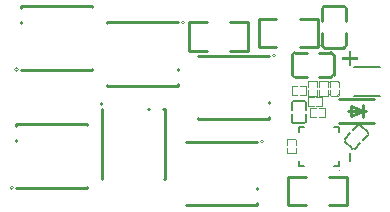
<source format=gbo>
G04 Layer: BottomSilkLayer*
G04 EasyEDA v6.4.4, 2020-08-18T00:36:11--7:00*
G04 995102e80ca04af79c8c3c359321127d,ec5ec94f42e349aabe65ed7a530a4b72,10*
G04 Gerber Generator version 0.2*
G04 Scale: 100 percent, Rotated: No, Reflected: No *
G04 Dimensions in millimeters *
G04 leading zeros omitted , absolute positions ,3 integer and 3 decimal *
%FSLAX33Y33*%
%MOMM*%
G90*
G71D02*

%ADD10C,0.254000*%
%ADD11C,0.150012*%
%ADD13C,0.100000*%
%ADD57C,0.200660*%
%ADD64C,0.200000*%
%ADD65C,0.099060*%

%LPD*%
G54D10*
G01X30451Y11399D02*
G01X30451Y12999D01*
G01X26951Y11399D02*
G01X26951Y12999D01*
G01X29201Y13239D02*
G01X30251Y13239D01*
G01X29201Y11159D02*
G01X30251Y11159D01*
G01X28201Y13239D02*
G01X27151Y13239D01*
G01X28201Y11159D02*
G01X27151Y11159D01*
G01X26951Y11379D02*
G01X26951Y11399D01*
G01X26951Y11359D02*
G01X26951Y11399D01*
G01X26951Y13039D02*
G01X26951Y12999D01*
G01X30451Y11359D02*
G01X30451Y11399D01*
G01X30451Y13039D02*
G01X30451Y12999D01*
G01X31299Y17150D02*
G01X29699Y17150D01*
G01X31299Y13649D02*
G01X29699Y13650D01*
G01X29459Y15900D02*
G01X29459Y16950D01*
G01X31539Y15900D02*
G01X31539Y16950D01*
G01X29459Y14900D02*
G01X29459Y13850D01*
G01X31539Y14900D02*
G01X31539Y13850D01*
G01X31319Y13649D02*
G01X31299Y13649D01*
G01X31339Y13649D02*
G01X31299Y13649D01*
G01X29659Y13650D02*
G01X29699Y13650D01*
G01X31339Y17150D02*
G01X31299Y17150D01*
G01X29659Y17150D02*
G01X29699Y17150D01*
G01X26599Y299D02*
G01X26599Y2699D01*
G01X30099Y2699D02*
G01X31599Y2699D01*
G01X30099Y299D02*
G01X31599Y299D01*
G01X28099Y2699D02*
G01X26599Y2699D01*
G01X28099Y299D02*
G01X26599Y299D01*
G01X31599Y299D02*
G01X31599Y2699D01*
G01X18199Y13399D02*
G01X18199Y15799D01*
G01X21699Y15799D02*
G01X23199Y15799D01*
G01X21699Y13399D02*
G01X23199Y13399D01*
G01X19699Y15799D02*
G01X18199Y15799D01*
G01X19699Y13399D02*
G01X18199Y13399D01*
G01X23199Y13399D02*
G01X23199Y15799D01*
G01X24099Y13699D02*
G01X24099Y16099D01*
G01X27599Y16099D02*
G01X29099Y16099D01*
G01X27599Y13699D02*
G01X29099Y13699D01*
G01X25599Y16099D02*
G01X24099Y16099D01*
G01X25599Y13699D02*
G01X24099Y13699D01*
G01X29099Y13699D02*
G01X29099Y16099D01*
G54D57*
G01X30487Y3626D02*
G01X30886Y3626D01*
G01X30886Y4101D01*
G01X27937Y3626D02*
G01X27538Y3626D01*
G01X27538Y4101D01*
G01X27538Y6498D02*
G01X27538Y6973D01*
G01X27937Y6973D01*
G01X30487Y6973D02*
G01X30886Y6973D01*
G01X30886Y6498D01*
G54D10*
G01X4002Y11807D02*
G01X9997Y11807D01*
G01X9997Y17192D02*
G01X4002Y17192D01*
G01X4002Y15740D02*
G01X4002Y15799D01*
G01X4002Y17010D02*
G01X4002Y17192D01*
G01X9997Y11807D02*
G01X9997Y11868D01*
G01X9997Y17131D02*
G01X9997Y17192D01*
G01X17297Y15792D02*
G01X11302Y15792D01*
G01X11302Y10407D02*
G01X17297Y10407D01*
G01X17297Y11859D02*
G01X17297Y11800D01*
G01X17297Y10589D02*
G01X17297Y10407D01*
G01X11302Y15792D02*
G01X11302Y15731D01*
G01X11302Y10468D02*
G01X11302Y10407D01*
G01X10807Y8497D02*
G01X10807Y2502D01*
G01X16192Y2502D02*
G01X16192Y8497D01*
G01X14740Y8497D02*
G01X14799Y8497D01*
G01X16010Y8497D02*
G01X16192Y8497D01*
G01X10807Y2502D02*
G01X10868Y2502D01*
G01X16131Y2502D02*
G01X16192Y2502D01*
G01X24997Y12992D02*
G01X19002Y12992D01*
G01X19002Y7607D02*
G01X24997Y7607D01*
G01X24997Y9059D02*
G01X24997Y9000D01*
G01X24997Y7789D02*
G01X24997Y7607D01*
G01X19002Y12992D02*
G01X19002Y12931D01*
G01X19002Y7668D02*
G01X19002Y7607D01*
G01X3602Y1807D02*
G01X9597Y1807D01*
G01X9597Y7192D02*
G01X3602Y7192D01*
G01X3602Y5740D02*
G01X3602Y5799D01*
G01X3602Y7010D02*
G01X3602Y7192D01*
G01X9597Y1807D02*
G01X9597Y1868D01*
G01X9597Y7131D02*
G01X9597Y7192D01*
G01X23997Y5692D02*
G01X18002Y5692D01*
G01X18002Y307D02*
G01X23997Y307D01*
G01X23997Y1759D02*
G01X23997Y1700D01*
G01X23997Y489D02*
G01X23997Y307D01*
G01X18002Y5692D02*
G01X18002Y5631D01*
G01X18002Y368D02*
G01X18002Y307D01*
G01X32908Y8300D02*
G01X31892Y8706D01*
G01X31892Y8706D02*
G01X31892Y7893D01*
G01X31892Y7893D02*
G01X32908Y8300D01*
G01X33900Y9300D02*
G01X30900Y9300D01*
G01X33900Y7300D02*
G01X30900Y7300D01*
G01X32908Y8808D02*
G01X32908Y7792D01*
G01X33162Y8300D02*
G01X31638Y8300D01*
G54D13*
G01X26900Y9619D02*
G01X27400Y9619D01*
G01X26900Y9619D02*
G01X26900Y10380D01*
G01X26900Y10380D02*
G01X27400Y10380D01*
G01X27600Y10380D02*
G01X28100Y10380D01*
G01X28100Y9619D02*
G01X28100Y10380D01*
G01X27600Y9619D02*
G01X28100Y9619D01*
G01X29500Y9480D02*
G01X29000Y9480D01*
G01X29500Y9480D02*
G01X29500Y8719D01*
G01X29500Y8719D02*
G01X29000Y8719D01*
G01X28800Y8719D02*
G01X28300Y8719D01*
G01X28300Y9480D02*
G01X28300Y8719D01*
G01X28800Y9480D02*
G01X28300Y9480D01*
G01X29980Y9600D02*
G01X29980Y10100D01*
G01X29980Y9600D02*
G01X29220Y9600D01*
G01X29220Y9600D02*
G01X29220Y10100D01*
G01X29220Y10300D02*
G01X29220Y10800D01*
G01X29980Y10800D02*
G01X29220Y10800D01*
G01X29980Y10300D02*
G01X29980Y10800D01*
G01X29080Y9600D02*
G01X29080Y10100D01*
G01X29080Y9600D02*
G01X28320Y9600D01*
G01X28320Y9600D02*
G01X28320Y10100D01*
G01X28320Y10300D02*
G01X28320Y10800D01*
G01X29080Y10800D02*
G01X28320Y10800D01*
G01X29080Y10300D02*
G01X29080Y10800D01*
G01X28500Y7819D02*
G01X29000Y7819D01*
G01X28500Y7819D02*
G01X28500Y8580D01*
G01X28500Y8580D02*
G01X29000Y8580D01*
G01X29200Y8580D02*
G01X29700Y8580D01*
G01X29700Y7819D02*
G01X29700Y8580D01*
G01X29200Y7819D02*
G01X29700Y7819D01*
G54D11*
G01X26899Y8379D02*
G01X26899Y9000D01*
G01X26899Y8019D02*
G01X26899Y7400D01*
G01X28099Y8019D02*
G01X28099Y7400D01*
G01X27899Y7249D02*
G01X27100Y7249D01*
G01X28099Y8379D02*
G01X28099Y9000D01*
G01X27899Y9149D02*
G01X27100Y9149D01*
G01X27949Y7249D02*
G01X27899Y7249D01*
G01X27050Y7249D02*
G01X27100Y7249D01*
G01X27950Y9149D02*
G01X27899Y9149D01*
G01X27049Y9149D02*
G01X27100Y9149D01*
G01X32102Y6651D02*
G01X32541Y7090D01*
G01X31848Y6396D02*
G01X31410Y5958D01*
G01X32696Y5548D02*
G01X32258Y5110D01*
G01X32011Y5145D02*
G01X31445Y5711D01*
G01X32951Y5803D02*
G01X33389Y6241D01*
G01X33354Y6488D02*
G01X32788Y7054D01*
G01X32046Y5110D02*
G01X32011Y5145D01*
G01X31410Y5746D02*
G01X31445Y5711D01*
G01X33389Y6453D02*
G01X33354Y6488D01*
G01X32753Y7090D02*
G01X32788Y7054D01*
G54D13*
G01X30880Y10300D02*
G01X30880Y10700D01*
G01X30800Y10800D02*
G01X30200Y10800D01*
G01X30120Y10300D02*
G01X30120Y10700D01*
G01X30120Y9700D02*
G01X30120Y10100D01*
G01X30880Y9700D02*
G01X30880Y10100D01*
G01X30800Y9599D02*
G01X30200Y9599D01*
G01X30880Y10720D02*
G01X30880Y10700D01*
G01X30120Y10720D02*
G01X30120Y10700D01*
G01X30880Y9679D02*
G01X30880Y9700D01*
G01X30120Y9679D02*
G01X30120Y9700D01*
G01X27280Y5400D02*
G01X27280Y5799D01*
G01X27200Y5900D02*
G01X26600Y5900D01*
G01X26520Y5400D02*
G01X26520Y5799D01*
G01X26520Y4799D02*
G01X26520Y5200D01*
G01X27280Y4799D02*
G01X27280Y5200D01*
G01X27200Y4699D02*
G01X26600Y4699D01*
G01X27280Y5820D02*
G01X27280Y5799D01*
G01X26520Y5820D02*
G01X26520Y5799D01*
G01X27280Y4779D02*
G01X27280Y4799D01*
G01X26520Y4779D02*
G01X26520Y4799D01*
G54D64*
G01X34400Y12000D02*
G01X32200Y12000D01*
G01X34400Y9600D02*
G01X32200Y9600D01*

%LPD*%
G36*
G01X31919Y13404D02*
G01X31746Y13404D01*
G01X31746Y12835D01*
G01X31134Y12835D01*
G01X31134Y12650D01*
G01X31746Y12650D01*
G01X31746Y12081D01*
G01X31919Y12081D01*
G01X31919Y12650D01*
G01X32534Y12650D01*
G01X32534Y12835D01*
G01X31919Y12835D01*
G01X31919Y13404D01*
G37*

%LPD*%

%LPD*%
G36*
G01X31921Y4716D02*
G01X31743Y4716D01*
G01X31743Y4010D01*
G01X31921Y4010D01*
G01X31921Y4716D01*
G37*

%LPD*%
G54D10*
G75*
G01X27151Y11160D02*
G02X26951Y11360I0J200D01*
G01*
G75*
G01X27151Y13240D02*
G03X26951Y13040I0J-200D01*
G01*
G75*
G01X30251Y11160D02*
G03X30451Y11360I0J200D01*
G01*
G75*
G01X30251Y13240D02*
G02X30451Y13040I0J-200D01*
G01*
G75*
G01X31540Y13850D02*
G02X31340Y13650I-200J0D01*
G01*
G75*
G01X29460Y13850D02*
G03X29660Y13650I200J0D01*
G01*
G75*
G01X31540Y16950D02*
G03X31340Y17150I-200J0D01*
G01*
G75*
G01X29460Y16950D02*
G02X29660Y17150I200J0D01*
G01*
G54D65*
G75*
G01X30887Y3276D02*
G02X30887Y3276I0J0D01*
G01*
G54D11*
G75*
G01X28100Y7400D02*
G02X27950Y7250I-150J0D01*
G01*
G75*
G01X26900Y7400D02*
G03X27050Y7250I150J0D01*
G01*
G75*
G01X28100Y9000D02*
G03X27950Y9150I-150J0D01*
G01*
G75*
G01X26900Y9000D02*
G02X27050Y9150I150J0D01*
G01*
G75*
G01X32259Y5110D02*
G02X32046Y5110I-107J106D01*
G01*
G75*
G01X31410Y5959D02*
G03X31410Y5746I106J-106D01*
G01*
G75*
G01X33390Y6241D02*
G03X33390Y6454I-106J106D01*
G01*
G75*
G01X32541Y7090D02*
G02X32753Y7090I106J-106D01*
G01*
G54D13*
G75*
G01X30800Y10800D02*
G02X30880Y10720I0J-80D01*
G01*
G75*
G01X30200Y10800D02*
G03X30120Y10720I0J-80D01*
G01*
G75*
G01X30800Y9600D02*
G03X30880Y9680I0J80D01*
G01*
G75*
G01X30200Y9600D02*
G02X30120Y9680I0J80D01*
G01*
G75*
G01X27200Y5900D02*
G02X27280Y5820I0J-80D01*
G01*
G75*
G01X26600Y5900D02*
G03X26520Y5820I0J-80D01*
G01*
G75*
G01X27200Y4700D02*
G03X27280Y4780I0J80D01*
G01*
G75*
G01X26600Y4700D02*
G02X26520Y4780I0J80D01*
G01*
G75*
G01X3750Y11800D02*
G03X3750Y11800I-150J0D01*
G01*
G75*
G01X17850Y15800D02*
G03X17850Y15800I-150J0D01*
G01*
G75*
G01X10950Y8900D02*
G03X10950Y8900I-150J0D01*
G01*
G75*
G01X25550Y13000D02*
G03X25550Y13000I-150J0D01*
G01*
G75*
G01X3350Y1800D02*
G03X3350Y1800I-150J0D01*
G01*
G75*
G01X24550Y5700D02*
G03X24550Y5700I-150J0D01*
G01*
M00*
M02*

</source>
